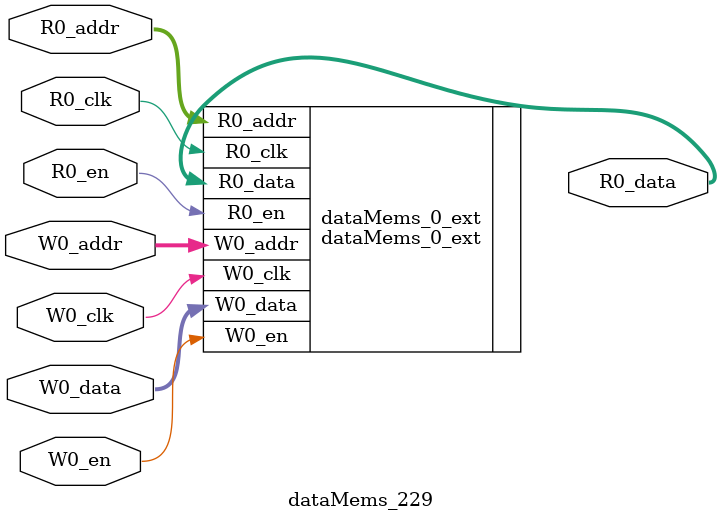
<source format=sv>
`ifndef RANDOMIZE
  `ifdef RANDOMIZE_REG_INIT
    `define RANDOMIZE
  `endif // RANDOMIZE_REG_INIT
`endif // not def RANDOMIZE
`ifndef RANDOMIZE
  `ifdef RANDOMIZE_MEM_INIT
    `define RANDOMIZE
  `endif // RANDOMIZE_MEM_INIT
`endif // not def RANDOMIZE

`ifndef RANDOM
  `define RANDOM $random
`endif // not def RANDOM

// Users can define 'PRINTF_COND' to add an extra gate to prints.
`ifndef PRINTF_COND_
  `ifdef PRINTF_COND
    `define PRINTF_COND_ (`PRINTF_COND)
  `else  // PRINTF_COND
    `define PRINTF_COND_ 1
  `endif // PRINTF_COND
`endif // not def PRINTF_COND_

// Users can define 'ASSERT_VERBOSE_COND' to add an extra gate to assert error printing.
`ifndef ASSERT_VERBOSE_COND_
  `ifdef ASSERT_VERBOSE_COND
    `define ASSERT_VERBOSE_COND_ (`ASSERT_VERBOSE_COND)
  `else  // ASSERT_VERBOSE_COND
    `define ASSERT_VERBOSE_COND_ 1
  `endif // ASSERT_VERBOSE_COND
`endif // not def ASSERT_VERBOSE_COND_

// Users can define 'STOP_COND' to add an extra gate to stop conditions.
`ifndef STOP_COND_
  `ifdef STOP_COND
    `define STOP_COND_ (`STOP_COND)
  `else  // STOP_COND
    `define STOP_COND_ 1
  `endif // STOP_COND
`endif // not def STOP_COND_

// Users can define INIT_RANDOM as general code that gets injected into the
// initializer block for modules with registers.
`ifndef INIT_RANDOM
  `define INIT_RANDOM
`endif // not def INIT_RANDOM

// If using random initialization, you can also define RANDOMIZE_DELAY to
// customize the delay used, otherwise 0.002 is used.
`ifndef RANDOMIZE_DELAY
  `define RANDOMIZE_DELAY 0.002
`endif // not def RANDOMIZE_DELAY

// Define INIT_RANDOM_PROLOG_ for use in our modules below.
`ifndef INIT_RANDOM_PROLOG_
  `ifdef RANDOMIZE
    `ifdef VERILATOR
      `define INIT_RANDOM_PROLOG_ `INIT_RANDOM
    `else  // VERILATOR
      `define INIT_RANDOM_PROLOG_ `INIT_RANDOM #`RANDOMIZE_DELAY begin end
    `endif // VERILATOR
  `else  // RANDOMIZE
    `define INIT_RANDOM_PROLOG_
  `endif // RANDOMIZE
`endif // not def INIT_RANDOM_PROLOG_

// Include register initializers in init blocks unless synthesis is set
`ifndef SYNTHESIS
  `ifndef ENABLE_INITIAL_REG_
    `define ENABLE_INITIAL_REG_
  `endif // not def ENABLE_INITIAL_REG_
`endif // not def SYNTHESIS

// Include rmemory initializers in init blocks unless synthesis is set
`ifndef SYNTHESIS
  `ifndef ENABLE_INITIAL_MEM_
    `define ENABLE_INITIAL_MEM_
  `endif // not def ENABLE_INITIAL_MEM_
`endif // not def SYNTHESIS

module dataMems_229(	// @[generators/ara/src/main/scala/UnsafeAXI4ToTL.scala:365:62]
  input  [4:0]  R0_addr,
  input         R0_en,
  input         R0_clk,
  output [66:0] R0_data,
  input  [4:0]  W0_addr,
  input         W0_en,
  input         W0_clk,
  input  [66:0] W0_data
);

  dataMems_0_ext dataMems_0_ext (	// @[generators/ara/src/main/scala/UnsafeAXI4ToTL.scala:365:62]
    .R0_addr (R0_addr),
    .R0_en   (R0_en),
    .R0_clk  (R0_clk),
    .R0_data (R0_data),
    .W0_addr (W0_addr),
    .W0_en   (W0_en),
    .W0_clk  (W0_clk),
    .W0_data (W0_data)
  );
endmodule


</source>
